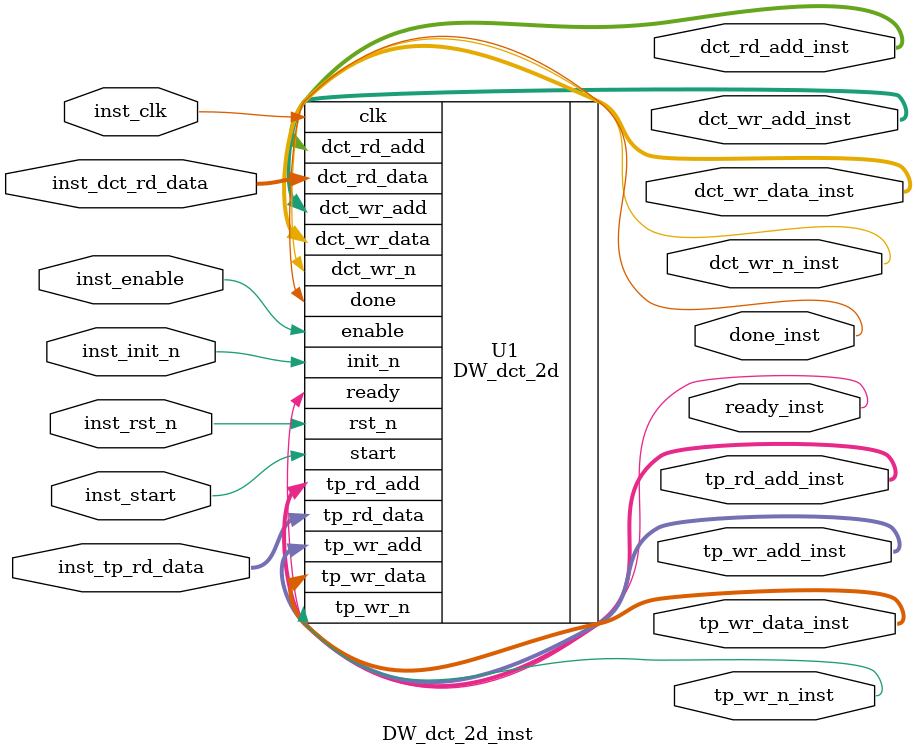
<source format=v>
module DW_dct_2d_inst( inst_clk,
                     inst_rst_n,
                     inst_init_n,
                     inst_enable,
                     inst_start,

		           inst_dct_rd_data,
                     inst_tp_rd_data,

                     tp_rd_add_inst,
                     tp_wr_add_inst,
                     tp_wr_data_inst,
		           tp_wr_n_inst,

                     dct_rd_add_inst,
                     dct_wr_add_inst,
                     dct_wr_n_inst,

                     done_inst,
		           ready_inst,
                     dct_wr_data_inst );

parameter bpp = 8;
parameter n = 8;
parameter reg_out = 1;
parameter tc_mode = 0;
parameter rt_mode = 1;
parameter idct_mode = 1;
parameter co_a = 23170;
parameter co_b = 32138;
parameter co_c = 30274;
parameter co_d = 27245;
parameter co_e = 23170;
parameter co_f = 18205;
parameter co_g = 12541;
parameter co_h = 6393;
parameter co_i = 00000;
parameter co_j = 00000;
parameter co_k = 00000;
parameter co_l = 00000;
parameter co_m = 00000;
parameter co_n = 00000;
parameter co_o = 00000;
parameter co_p = 00000;



`define addr_width 6  // addr_width is ceil(log2(n * n))

input inst_clk;
input inst_rst_n;
input inst_init_n;
input inst_enable;
input inst_start;
input [bpp+(n/2*idct_mode)-1 : 0] inst_dct_rd_data;
input [bpp/2+bpp+3+((1-tc_mode)*(1-idct_mode)) : 0] inst_tp_rd_data;
output [`addr_width-1 : 0] tp_rd_add_inst;
output [`addr_width-1 : 0] tp_wr_add_inst;
output [bpp/2+bpp+3+((1-tc_mode)*(1-idct_mode)) : 0] tp_wr_data_inst;
output tp_wr_n_inst;
output [`addr_width-1 : 0] dct_rd_add_inst;
output [`addr_width-1 : 0] dct_wr_add_inst;
output dct_wr_n_inst;
output done_inst;
output ready_inst;
output [bpp-1+(n/2*(1-idct_mode)) : 0] dct_wr_data_inst;

    // Instance of DW_dct_2d
DW_dct_2d #(bpp, n, reg_out, tc_mode, rt_mode, idct_mode,
            co_a, co_b, co_c, co_d, co_e, co_f, co_g, co_h, co_i, co_j,
            co_k, co_l, co_m, co_n, co_o, co_p)
 	  U1 ( .clk(inst_clk),
               .rst_n(inst_rst_n),
               .init_n(inst_init_n),
               .enable(inst_enable),
               .start(inst_start),
               .dct_rd_data(inst_dct_rd_data),
               .tp_rd_data(inst_tp_rd_data),
               .tp_rd_add(tp_rd_add_inst),
               .tp_wr_add(tp_wr_add_inst),
               .tp_wr_data(tp_wr_data_inst),
               .tp_wr_n(tp_wr_n_inst),
               .dct_rd_add(dct_rd_add_inst),
               .dct_wr_add(dct_wr_add_inst),
               .dct_wr_n(dct_wr_n_inst),
               .done(done_inst),
               .ready(ready_inst),
               .dct_wr_data(dct_wr_data_inst) );

endmodule

</source>
